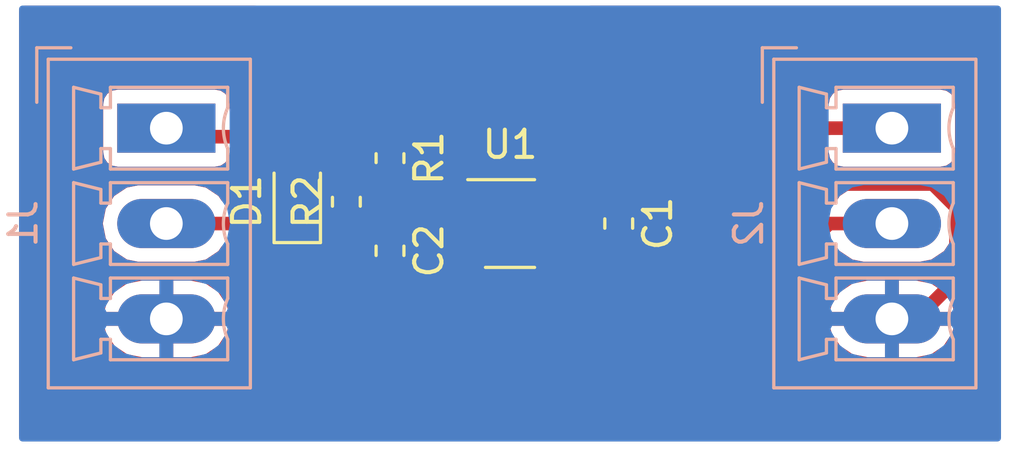
<source format=kicad_pcb>
(kicad_pcb (version 20171130) (host pcbnew 5.0.0+dfsg1-2~bpo9+1)

  (general
    (thickness 1.6)
    (drawings 2)
    (tracks 45)
    (zones 0)
    (modules 8)
    (nets 6)
  )

  (page A4)
  (layers
    (0 F.Cu signal)
    (31 B.Cu signal)
    (32 B.Adhes user)
    (33 F.Adhes user)
    (34 B.Paste user)
    (35 F.Paste user)
    (36 B.SilkS user)
    (37 F.SilkS user hide)
    (38 B.Mask user)
    (39 F.Mask user)
    (40 Dwgs.User user)
    (41 Cmts.User user)
    (42 Eco1.User user)
    (43 Eco2.User user)
    (44 Edge.Cuts user)
    (45 Margin user)
    (46 B.CrtYd user)
    (47 F.CrtYd user)
    (48 B.Fab user)
    (49 F.Fab user hide)
  )

  (setup
    (last_trace_width 0.5)
    (trace_clearance 0.3)
    (zone_clearance 0.508)
    (zone_45_only no)
    (trace_min 0.2)
    (segment_width 0.2)
    (edge_width 0.15)
    (via_size 0.8)
    (via_drill 0.4)
    (via_min_size 0.4)
    (via_min_drill 0.3)
    (uvia_size 0.3)
    (uvia_drill 0.1)
    (uvias_allowed no)
    (uvia_min_size 0.2)
    (uvia_min_drill 0.1)
    (pcb_text_width 0.3)
    (pcb_text_size 1.5 1.5)
    (mod_edge_width 0.15)
    (mod_text_size 1 1)
    (mod_text_width 0.15)
    (pad_size 1.524 1.524)
    (pad_drill 0.762)
    (pad_to_mask_clearance 0.2)
    (aux_axis_origin 0 0)
    (visible_elements FFFFFF7F)
    (pcbplotparams
      (layerselection 0x010fc_ffffffff)
      (usegerberextensions false)
      (usegerberattributes false)
      (usegerberadvancedattributes false)
      (creategerberjobfile false)
      (excludeedgelayer true)
      (linewidth 0.100000)
      (plotframeref false)
      (viasonmask false)
      (mode 1)
      (useauxorigin false)
      (hpglpennumber 1)
      (hpglpenspeed 20)
      (hpglpendiameter 15.000000)
      (psnegative false)
      (psa4output false)
      (plotreference true)
      (plotvalue true)
      (plotinvisibletext false)
      (padsonsilk false)
      (subtractmaskfromsilk false)
      (outputformat 1)
      (mirror false)
      (drillshape 1)
      (scaleselection 1)
      (outputdirectory ""))
  )

  (net 0 "")
  (net 1 VCC)
  (net 2 GND)
  (net 3 /RAW)
  (net 4 /Filtered)
  (net 5 "Net-(C2-Pad1)")

  (net_class Default "This is the default net class."
    (clearance 0.3)
    (trace_width 0.5)
    (via_dia 0.8)
    (via_drill 0.4)
    (uvia_dia 0.3)
    (uvia_drill 0.1)
    (add_net /Filtered)
    (add_net /RAW)
    (add_net GND)
    (add_net "Net-(C2-Pad1)")
    (add_net VCC)
  )

  (module Capacitor_SMD:C_0603_1608Metric_Pad1.05x0.95mm_HandSolder (layer F.Cu) (tedit 5B301BBE) (tstamp 5BFDDCB3)
    (at 158.985001 98 270)
    (descr "Capacitor SMD 0603 (1608 Metric), square (rectangular) end terminal, IPC_7351 nominal with elongated pad for handsoldering. (Body size source: http://www.tortai-tech.com/upload/download/2011102023233369053.pdf), generated with kicad-footprint-generator")
    (tags "capacitor handsolder")
    (path /5BFD61F5)
    (attr smd)
    (fp_text reference C1 (at 0 -1.43 270) (layer F.SilkS)
      (effects (font (size 1 1) (thickness 0.15)))
    )
    (fp_text value C (at 0 1.43 270) (layer F.Fab)
      (effects (font (size 1 1) (thickness 0.15)))
    )
    (fp_line (start -0.8 0.4) (end -0.8 -0.4) (layer F.Fab) (width 0.1))
    (fp_line (start -0.8 -0.4) (end 0.8 -0.4) (layer F.Fab) (width 0.1))
    (fp_line (start 0.8 -0.4) (end 0.8 0.4) (layer F.Fab) (width 0.1))
    (fp_line (start 0.8 0.4) (end -0.8 0.4) (layer F.Fab) (width 0.1))
    (fp_line (start -0.171267 -0.51) (end 0.171267 -0.51) (layer F.SilkS) (width 0.12))
    (fp_line (start -0.171267 0.51) (end 0.171267 0.51) (layer F.SilkS) (width 0.12))
    (fp_line (start -1.65 0.73) (end -1.65 -0.73) (layer F.CrtYd) (width 0.05))
    (fp_line (start -1.65 -0.73) (end 1.65 -0.73) (layer F.CrtYd) (width 0.05))
    (fp_line (start 1.65 -0.73) (end 1.65 0.73) (layer F.CrtYd) (width 0.05))
    (fp_line (start 1.65 0.73) (end -1.65 0.73) (layer F.CrtYd) (width 0.05))
    (fp_text user %R (at 0 0 270) (layer F.Fab)
      (effects (font (size 0.4 0.4) (thickness 0.06)))
    )
    (pad 1 smd roundrect (at -0.875 0 270) (size 1.05 0.95) (layers F.Cu F.Paste F.Mask) (roundrect_rratio 0.25)
      (net 1 VCC))
    (pad 2 smd roundrect (at 0.875 0 270) (size 1.05 0.95) (layers F.Cu F.Paste F.Mask) (roundrect_rratio 0.25)
      (net 2 GND))
    (model ${KISYS3DMOD}/Capacitor_SMD.3dshapes/C_0603_1608Metric.wrl
      (at (xyz 0 0 0))
      (scale (xyz 1 1 1))
      (rotate (xyz 0 0 0))
    )
  )

  (module Connector_Phoenix_MC:PhoenixContact_MCV_1,5_3-G-3.5_1x03_P3.50mm_Vertical (layer B.Cu) (tedit 5A00FA19) (tstamp 5BFDDCF5)
    (at 142.4 94.5 270)
    (descr "Generic Phoenix Contact connector footprint for: MCV_1,5/3-G-3.5; number of pins: 03; pin pitch: 3.50mm; Vertical || order number: 1843619 8A 160V")
    (tags "phoenix_contact connector MCV_01x03_G_3.5mm")
    (path /5BFD5FA3)
    (fp_text reference J1 (at 3.5 5.25 270) (layer B.SilkS)
      (effects (font (size 1 1) (thickness 0.15)) (justify mirror))
    )
    (fp_text value Conn_01x03 (at 3.5 -4 270) (layer B.Fab)
      (effects (font (size 1 1) (thickness 0.15)) (justify mirror))
    )
    (fp_arc (start 0 -3.95) (end -0.75 -2.25) (angle -47.6) (layer B.SilkS) (width 0.12))
    (fp_arc (start 3.5 -3.95) (end 2.75 -2.25) (angle -47.6) (layer B.SilkS) (width 0.12))
    (fp_arc (start 7 -3.95) (end 6.25 -2.25) (angle -47.6) (layer B.SilkS) (width 0.12))
    (fp_line (start -2.53 4.33) (end -2.53 -3.08) (layer B.SilkS) (width 0.12))
    (fp_line (start -2.53 -3.08) (end 9.53 -3.08) (layer B.SilkS) (width 0.12))
    (fp_line (start 9.53 -3.08) (end 9.53 4.33) (layer B.SilkS) (width 0.12))
    (fp_line (start 9.53 4.33) (end -2.53 4.33) (layer B.SilkS) (width 0.12))
    (fp_line (start -2.45 4.25) (end -2.45 -3) (layer B.Fab) (width 0.1))
    (fp_line (start -2.45 -3) (end 9.45 -3) (layer B.Fab) (width 0.1))
    (fp_line (start 9.45 -3) (end 9.45 4.25) (layer B.Fab) (width 0.1))
    (fp_line (start 9.45 4.25) (end -2.45 4.25) (layer B.Fab) (width 0.1))
    (fp_line (start -0.75 -2.25) (end -1.5 -2.25) (layer B.SilkS) (width 0.12))
    (fp_line (start -1.5 -2.25) (end -1.5 2.05) (layer B.SilkS) (width 0.12))
    (fp_line (start -1.5 2.05) (end -0.75 2.05) (layer B.SilkS) (width 0.12))
    (fp_line (start -0.75 2.05) (end -0.75 2.4) (layer B.SilkS) (width 0.12))
    (fp_line (start -0.75 2.4) (end -1.25 2.4) (layer B.SilkS) (width 0.12))
    (fp_line (start -1.25 2.4) (end -1.5 3.4) (layer B.SilkS) (width 0.12))
    (fp_line (start -1.5 3.4) (end 1.5 3.4) (layer B.SilkS) (width 0.12))
    (fp_line (start 1.5 3.4) (end 1.25 2.4) (layer B.SilkS) (width 0.12))
    (fp_line (start 1.25 2.4) (end 0.75 2.4) (layer B.SilkS) (width 0.12))
    (fp_line (start 0.75 2.4) (end 0.75 2.05) (layer B.SilkS) (width 0.12))
    (fp_line (start 0.75 2.05) (end 1.5 2.05) (layer B.SilkS) (width 0.12))
    (fp_line (start 1.5 2.05) (end 1.5 -2.25) (layer B.SilkS) (width 0.12))
    (fp_line (start 1.5 -2.25) (end 0.75 -2.25) (layer B.SilkS) (width 0.12))
    (fp_line (start 2.75 -2.25) (end 2 -2.25) (layer B.SilkS) (width 0.12))
    (fp_line (start 2 -2.25) (end 2 2.05) (layer B.SilkS) (width 0.12))
    (fp_line (start 2 2.05) (end 2.75 2.05) (layer B.SilkS) (width 0.12))
    (fp_line (start 2.75 2.05) (end 2.75 2.4) (layer B.SilkS) (width 0.12))
    (fp_line (start 2.75 2.4) (end 2.25 2.4) (layer B.SilkS) (width 0.12))
    (fp_line (start 2.25 2.4) (end 2 3.4) (layer B.SilkS) (width 0.12))
    (fp_line (start 2 3.4) (end 5 3.4) (layer B.SilkS) (width 0.12))
    (fp_line (start 5 3.4) (end 4.75 2.4) (layer B.SilkS) (width 0.12))
    (fp_line (start 4.75 2.4) (end 4.25 2.4) (layer B.SilkS) (width 0.12))
    (fp_line (start 4.25 2.4) (end 4.25 2.05) (layer B.SilkS) (width 0.12))
    (fp_line (start 4.25 2.05) (end 5 2.05) (layer B.SilkS) (width 0.12))
    (fp_line (start 5 2.05) (end 5 -2.25) (layer B.SilkS) (width 0.12))
    (fp_line (start 5 -2.25) (end 4.25 -2.25) (layer B.SilkS) (width 0.12))
    (fp_line (start 6.25 -2.25) (end 5.5 -2.25) (layer B.SilkS) (width 0.12))
    (fp_line (start 5.5 -2.25) (end 5.5 2.05) (layer B.SilkS) (width 0.12))
    (fp_line (start 5.5 2.05) (end 6.25 2.05) (layer B.SilkS) (width 0.12))
    (fp_line (start 6.25 2.05) (end 6.25 2.4) (layer B.SilkS) (width 0.12))
    (fp_line (start 6.25 2.4) (end 5.75 2.4) (layer B.SilkS) (width 0.12))
    (fp_line (start 5.75 2.4) (end 5.5 3.4) (layer B.SilkS) (width 0.12))
    (fp_line (start 5.5 3.4) (end 8.5 3.4) (layer B.SilkS) (width 0.12))
    (fp_line (start 8.5 3.4) (end 8.25 2.4) (layer B.SilkS) (width 0.12))
    (fp_line (start 8.25 2.4) (end 7.75 2.4) (layer B.SilkS) (width 0.12))
    (fp_line (start 7.75 2.4) (end 7.75 2.05) (layer B.SilkS) (width 0.12))
    (fp_line (start 7.75 2.05) (end 8.5 2.05) (layer B.SilkS) (width 0.12))
    (fp_line (start 8.5 2.05) (end 8.5 -2.25) (layer B.SilkS) (width 0.12))
    (fp_line (start 8.5 -2.25) (end 7.75 -2.25) (layer B.SilkS) (width 0.12))
    (fp_line (start -2.95 4.75) (end -2.95 -3.5) (layer B.CrtYd) (width 0.05))
    (fp_line (start -2.95 -3.5) (end 9.95 -3.5) (layer B.CrtYd) (width 0.05))
    (fp_line (start 9.95 -3.5) (end 9.95 4.75) (layer B.CrtYd) (width 0.05))
    (fp_line (start 9.95 4.75) (end -2.95 4.75) (layer B.CrtYd) (width 0.05))
    (fp_line (start -2.95 3.5) (end -2.95 4.75) (layer B.SilkS) (width 0.12))
    (fp_line (start -2.95 4.75) (end -0.95 4.75) (layer B.SilkS) (width 0.12))
    (fp_line (start -2.95 3.5) (end -2.95 4.75) (layer B.Fab) (width 0.1))
    (fp_line (start -2.95 4.75) (end -0.95 4.75) (layer B.Fab) (width 0.1))
    (fp_text user %R (at 3.5 3 270) (layer B.Fab)
      (effects (font (size 1 1) (thickness 0.15)) (justify mirror))
    )
    (pad 1 thru_hole rect (at 0 0 270) (size 1.8 3.6) (drill 1.2) (layers *.Cu *.Mask)
      (net 1 VCC))
    (pad 2 thru_hole oval (at 3.5 0 270) (size 1.8 3.6) (drill 1.2) (layers *.Cu *.Mask)
      (net 3 /RAW))
    (pad 3 thru_hole oval (at 7 0 270) (size 1.8 3.6) (drill 1.2) (layers *.Cu *.Mask)
      (net 2 GND))
    (model ${KISYS3DMOD}/Connector_Phoenix_MC.3dshapes/PhoenixContact_MCV_1,5_3-G-3.5_1x03_P3.50mm_Vertical.wrl
      (at (xyz 0 0 0))
      (scale (xyz 1 1 1))
      (rotate (xyz 0 0 0))
    )
  )

  (module Connector_Phoenix_MC:PhoenixContact_MCV_1,5_3-G-3.5_1x03_P3.50mm_Vertical (layer B.Cu) (tedit 5A00FA19) (tstamp 5BFDDD37)
    (at 169 94.5 270)
    (descr "Generic Phoenix Contact connector footprint for: MCV_1,5/3-G-3.5; number of pins: 03; pin pitch: 3.50mm; Vertical || order number: 1843619 8A 160V")
    (tags "phoenix_contact connector MCV_01x03_G_3.5mm")
    (path /5BFD6130)
    (fp_text reference J2 (at 3.5 5.25 270) (layer B.SilkS)
      (effects (font (size 1 1) (thickness 0.15)) (justify mirror))
    )
    (fp_text value Conn_01x03 (at 3.5 -4 270) (layer B.Fab)
      (effects (font (size 1 1) (thickness 0.15)) (justify mirror))
    )
    (fp_text user %R (at 3.5 3 270) (layer B.Fab)
      (effects (font (size 1 1) (thickness 0.15)) (justify mirror))
    )
    (fp_line (start -2.95 4.75) (end -0.95 4.75) (layer B.Fab) (width 0.1))
    (fp_line (start -2.95 3.5) (end -2.95 4.75) (layer B.Fab) (width 0.1))
    (fp_line (start -2.95 4.75) (end -0.95 4.75) (layer B.SilkS) (width 0.12))
    (fp_line (start -2.95 3.5) (end -2.95 4.75) (layer B.SilkS) (width 0.12))
    (fp_line (start 9.95 4.75) (end -2.95 4.75) (layer B.CrtYd) (width 0.05))
    (fp_line (start 9.95 -3.5) (end 9.95 4.75) (layer B.CrtYd) (width 0.05))
    (fp_line (start -2.95 -3.5) (end 9.95 -3.5) (layer B.CrtYd) (width 0.05))
    (fp_line (start -2.95 4.75) (end -2.95 -3.5) (layer B.CrtYd) (width 0.05))
    (fp_line (start 8.5 -2.25) (end 7.75 -2.25) (layer B.SilkS) (width 0.12))
    (fp_line (start 8.5 2.05) (end 8.5 -2.25) (layer B.SilkS) (width 0.12))
    (fp_line (start 7.75 2.05) (end 8.5 2.05) (layer B.SilkS) (width 0.12))
    (fp_line (start 7.75 2.4) (end 7.75 2.05) (layer B.SilkS) (width 0.12))
    (fp_line (start 8.25 2.4) (end 7.75 2.4) (layer B.SilkS) (width 0.12))
    (fp_line (start 8.5 3.4) (end 8.25 2.4) (layer B.SilkS) (width 0.12))
    (fp_line (start 5.5 3.4) (end 8.5 3.4) (layer B.SilkS) (width 0.12))
    (fp_line (start 5.75 2.4) (end 5.5 3.4) (layer B.SilkS) (width 0.12))
    (fp_line (start 6.25 2.4) (end 5.75 2.4) (layer B.SilkS) (width 0.12))
    (fp_line (start 6.25 2.05) (end 6.25 2.4) (layer B.SilkS) (width 0.12))
    (fp_line (start 5.5 2.05) (end 6.25 2.05) (layer B.SilkS) (width 0.12))
    (fp_line (start 5.5 -2.25) (end 5.5 2.05) (layer B.SilkS) (width 0.12))
    (fp_line (start 6.25 -2.25) (end 5.5 -2.25) (layer B.SilkS) (width 0.12))
    (fp_line (start 5 -2.25) (end 4.25 -2.25) (layer B.SilkS) (width 0.12))
    (fp_line (start 5 2.05) (end 5 -2.25) (layer B.SilkS) (width 0.12))
    (fp_line (start 4.25 2.05) (end 5 2.05) (layer B.SilkS) (width 0.12))
    (fp_line (start 4.25 2.4) (end 4.25 2.05) (layer B.SilkS) (width 0.12))
    (fp_line (start 4.75 2.4) (end 4.25 2.4) (layer B.SilkS) (width 0.12))
    (fp_line (start 5 3.4) (end 4.75 2.4) (layer B.SilkS) (width 0.12))
    (fp_line (start 2 3.4) (end 5 3.4) (layer B.SilkS) (width 0.12))
    (fp_line (start 2.25 2.4) (end 2 3.4) (layer B.SilkS) (width 0.12))
    (fp_line (start 2.75 2.4) (end 2.25 2.4) (layer B.SilkS) (width 0.12))
    (fp_line (start 2.75 2.05) (end 2.75 2.4) (layer B.SilkS) (width 0.12))
    (fp_line (start 2 2.05) (end 2.75 2.05) (layer B.SilkS) (width 0.12))
    (fp_line (start 2 -2.25) (end 2 2.05) (layer B.SilkS) (width 0.12))
    (fp_line (start 2.75 -2.25) (end 2 -2.25) (layer B.SilkS) (width 0.12))
    (fp_line (start 1.5 -2.25) (end 0.75 -2.25) (layer B.SilkS) (width 0.12))
    (fp_line (start 1.5 2.05) (end 1.5 -2.25) (layer B.SilkS) (width 0.12))
    (fp_line (start 0.75 2.05) (end 1.5 2.05) (layer B.SilkS) (width 0.12))
    (fp_line (start 0.75 2.4) (end 0.75 2.05) (layer B.SilkS) (width 0.12))
    (fp_line (start 1.25 2.4) (end 0.75 2.4) (layer B.SilkS) (width 0.12))
    (fp_line (start 1.5 3.4) (end 1.25 2.4) (layer B.SilkS) (width 0.12))
    (fp_line (start -1.5 3.4) (end 1.5 3.4) (layer B.SilkS) (width 0.12))
    (fp_line (start -1.25 2.4) (end -1.5 3.4) (layer B.SilkS) (width 0.12))
    (fp_line (start -0.75 2.4) (end -1.25 2.4) (layer B.SilkS) (width 0.12))
    (fp_line (start -0.75 2.05) (end -0.75 2.4) (layer B.SilkS) (width 0.12))
    (fp_line (start -1.5 2.05) (end -0.75 2.05) (layer B.SilkS) (width 0.12))
    (fp_line (start -1.5 -2.25) (end -1.5 2.05) (layer B.SilkS) (width 0.12))
    (fp_line (start -0.75 -2.25) (end -1.5 -2.25) (layer B.SilkS) (width 0.12))
    (fp_line (start 9.45 4.25) (end -2.45 4.25) (layer B.Fab) (width 0.1))
    (fp_line (start 9.45 -3) (end 9.45 4.25) (layer B.Fab) (width 0.1))
    (fp_line (start -2.45 -3) (end 9.45 -3) (layer B.Fab) (width 0.1))
    (fp_line (start -2.45 4.25) (end -2.45 -3) (layer B.Fab) (width 0.1))
    (fp_line (start 9.53 4.33) (end -2.53 4.33) (layer B.SilkS) (width 0.12))
    (fp_line (start 9.53 -3.08) (end 9.53 4.33) (layer B.SilkS) (width 0.12))
    (fp_line (start -2.53 -3.08) (end 9.53 -3.08) (layer B.SilkS) (width 0.12))
    (fp_line (start -2.53 4.33) (end -2.53 -3.08) (layer B.SilkS) (width 0.12))
    (fp_arc (start 7 -3.95) (end 6.25 -2.25) (angle -47.6) (layer B.SilkS) (width 0.12))
    (fp_arc (start 3.5 -3.95) (end 2.75 -2.25) (angle -47.6) (layer B.SilkS) (width 0.12))
    (fp_arc (start 0 -3.95) (end -0.75 -2.25) (angle -47.6) (layer B.SilkS) (width 0.12))
    (pad 3 thru_hole oval (at 7 0 270) (size 1.8 3.6) (drill 1.2) (layers *.Cu *.Mask)
      (net 2 GND))
    (pad 2 thru_hole oval (at 3.5 0 270) (size 1.8 3.6) (drill 1.2) (layers *.Cu *.Mask)
      (net 4 /Filtered))
    (pad 1 thru_hole rect (at 0 0 270) (size 1.8 3.6) (drill 1.2) (layers *.Cu *.Mask)
      (net 1 VCC))
    (model ${KISYS3DMOD}/Connector_Phoenix_MC.3dshapes/PhoenixContact_MCV_1,5_3-G-3.5_1x03_P3.50mm_Vertical.wrl
      (at (xyz 0 0 0))
      (scale (xyz 1 1 1))
      (rotate (xyz 0 0 0))
    )
  )

  (module Package_TO_SOT_SMD:SOT-23-5_HandSoldering (layer F.Cu) (tedit 5A0AB76C) (tstamp 5BFDDD4C)
    (at 155 98)
    (descr "5-pin SOT23 package")
    (tags "SOT-23-5 hand-soldering")
    (path /5BFD5E32)
    (attr smd)
    (fp_text reference U1 (at 0 -2.9) (layer F.SilkS)
      (effects (font (size 1 1) (thickness 0.15)))
    )
    (fp_text value 74LVC1G17 (at 0 2.9) (layer F.Fab)
      (effects (font (size 1 1) (thickness 0.15)))
    )
    (fp_text user %R (at 0 0 90) (layer F.Fab)
      (effects (font (size 0.5 0.5) (thickness 0.075)))
    )
    (fp_line (start -0.9 1.61) (end 0.9 1.61) (layer F.SilkS) (width 0.12))
    (fp_line (start 0.9 -1.61) (end -1.55 -1.61) (layer F.SilkS) (width 0.12))
    (fp_line (start -0.9 -0.9) (end -0.25 -1.55) (layer F.Fab) (width 0.1))
    (fp_line (start 0.9 -1.55) (end -0.25 -1.55) (layer F.Fab) (width 0.1))
    (fp_line (start -0.9 -0.9) (end -0.9 1.55) (layer F.Fab) (width 0.1))
    (fp_line (start 0.9 1.55) (end -0.9 1.55) (layer F.Fab) (width 0.1))
    (fp_line (start 0.9 -1.55) (end 0.9 1.55) (layer F.Fab) (width 0.1))
    (fp_line (start -2.38 -1.8) (end 2.38 -1.8) (layer F.CrtYd) (width 0.05))
    (fp_line (start -2.38 -1.8) (end -2.38 1.8) (layer F.CrtYd) (width 0.05))
    (fp_line (start 2.38 1.8) (end 2.38 -1.8) (layer F.CrtYd) (width 0.05))
    (fp_line (start 2.38 1.8) (end -2.38 1.8) (layer F.CrtYd) (width 0.05))
    (pad 1 smd rect (at -1.35 -0.95) (size 1.56 0.65) (layers F.Cu F.Paste F.Mask))
    (pad 2 smd rect (at -1.35 0) (size 1.56 0.65) (layers F.Cu F.Paste F.Mask)
      (net 5 "Net-(C2-Pad1)"))
    (pad 3 smd rect (at -1.35 0.95) (size 1.56 0.65) (layers F.Cu F.Paste F.Mask)
      (net 2 GND))
    (pad 4 smd rect (at 1.35 0.95) (size 1.56 0.65) (layers F.Cu F.Paste F.Mask)
      (net 4 /Filtered))
    (pad 5 smd rect (at 1.35 -0.95) (size 1.56 0.65) (layers F.Cu F.Paste F.Mask)
      (net 1 VCC))
    (model ${KISYS3DMOD}/Package_TO_SOT_SMD.3dshapes/SOT-23-5.wrl
      (at (xyz 0 0 0))
      (scale (xyz 1 1 1))
      (rotate (xyz 0 0 0))
    )
  )

  (module Capacitor_SMD:C_0603_1608Metric_Pad1.05x0.95mm_HandSolder (layer F.Cu) (tedit 5B301BBE) (tstamp 5C0FE57B)
    (at 150.6 99 270)
    (descr "Capacitor SMD 0603 (1608 Metric), square (rectangular) end terminal, IPC_7351 nominal with elongated pad for handsoldering. (Body size source: http://www.tortai-tech.com/upload/download/2011102023233369053.pdf), generated with kicad-footprint-generator")
    (tags "capacitor handsolder")
    (path /5C0FDE2D)
    (attr smd)
    (fp_text reference C2 (at 0 -1.43 270) (layer F.SilkS)
      (effects (font (size 1 1) (thickness 0.15)))
    )
    (fp_text value 1nF (at 0 1.43 270) (layer F.Fab)
      (effects (font (size 1 1) (thickness 0.15)))
    )
    (fp_line (start -0.8 0.4) (end -0.8 -0.4) (layer F.Fab) (width 0.1))
    (fp_line (start -0.8 -0.4) (end 0.8 -0.4) (layer F.Fab) (width 0.1))
    (fp_line (start 0.8 -0.4) (end 0.8 0.4) (layer F.Fab) (width 0.1))
    (fp_line (start 0.8 0.4) (end -0.8 0.4) (layer F.Fab) (width 0.1))
    (fp_line (start -0.171267 -0.51) (end 0.171267 -0.51) (layer F.SilkS) (width 0.12))
    (fp_line (start -0.171267 0.51) (end 0.171267 0.51) (layer F.SilkS) (width 0.12))
    (fp_line (start -1.65 0.73) (end -1.65 -0.73) (layer F.CrtYd) (width 0.05))
    (fp_line (start -1.65 -0.73) (end 1.65 -0.73) (layer F.CrtYd) (width 0.05))
    (fp_line (start 1.65 -0.73) (end 1.65 0.73) (layer F.CrtYd) (width 0.05))
    (fp_line (start 1.65 0.73) (end -1.65 0.73) (layer F.CrtYd) (width 0.05))
    (fp_text user %R (at 0 0 270) (layer F.Fab)
      (effects (font (size 0.4 0.4) (thickness 0.06)))
    )
    (pad 1 smd roundrect (at -0.875 0 270) (size 1.05 0.95) (layers F.Cu F.Paste F.Mask) (roundrect_rratio 0.25)
      (net 5 "Net-(C2-Pad1)"))
    (pad 2 smd roundrect (at 0.875 0 270) (size 1.05 0.95) (layers F.Cu F.Paste F.Mask) (roundrect_rratio 0.25)
      (net 2 GND))
    (model ${KISYS3DMOD}/Capacitor_SMD.3dshapes/C_0603_1608Metric.wrl
      (at (xyz 0 0 0))
      (scale (xyz 1 1 1))
      (rotate (xyz 0 0 0))
    )
  )

  (module Diode_SMD:D_SOD-323 (layer F.Cu) (tedit 58641739) (tstamp 5C0FE593)
    (at 147.2 97.2 90)
    (descr SOD-323)
    (tags SOD-323)
    (path /5C0FDD66)
    (attr smd)
    (fp_text reference D1 (at 0 -1.85 90) (layer F.SilkS)
      (effects (font (size 1 1) (thickness 0.15)))
    )
    (fp_text value 1N4148WS (at 0.1 1.9 90) (layer F.Fab)
      (effects (font (size 1 1) (thickness 0.15)))
    )
    (fp_text user %R (at 0 -1.85 90) (layer F.Fab)
      (effects (font (size 1 1) (thickness 0.15)))
    )
    (fp_line (start -1.5 -0.85) (end -1.5 0.85) (layer F.SilkS) (width 0.12))
    (fp_line (start 0.2 0) (end 0.45 0) (layer F.Fab) (width 0.1))
    (fp_line (start 0.2 0.35) (end -0.3 0) (layer F.Fab) (width 0.1))
    (fp_line (start 0.2 -0.35) (end 0.2 0.35) (layer F.Fab) (width 0.1))
    (fp_line (start -0.3 0) (end 0.2 -0.35) (layer F.Fab) (width 0.1))
    (fp_line (start -0.3 0) (end -0.5 0) (layer F.Fab) (width 0.1))
    (fp_line (start -0.3 -0.35) (end -0.3 0.35) (layer F.Fab) (width 0.1))
    (fp_line (start -0.9 0.7) (end -0.9 -0.7) (layer F.Fab) (width 0.1))
    (fp_line (start 0.9 0.7) (end -0.9 0.7) (layer F.Fab) (width 0.1))
    (fp_line (start 0.9 -0.7) (end 0.9 0.7) (layer F.Fab) (width 0.1))
    (fp_line (start -0.9 -0.7) (end 0.9 -0.7) (layer F.Fab) (width 0.1))
    (fp_line (start -1.6 -0.95) (end 1.6 -0.95) (layer F.CrtYd) (width 0.05))
    (fp_line (start 1.6 -0.95) (end 1.6 0.95) (layer F.CrtYd) (width 0.05))
    (fp_line (start -1.6 0.95) (end 1.6 0.95) (layer F.CrtYd) (width 0.05))
    (fp_line (start -1.6 -0.95) (end -1.6 0.95) (layer F.CrtYd) (width 0.05))
    (fp_line (start -1.5 0.85) (end 1.05 0.85) (layer F.SilkS) (width 0.12))
    (fp_line (start -1.5 -0.85) (end 1.05 -0.85) (layer F.SilkS) (width 0.12))
    (pad 1 smd rect (at -1.05 0 90) (size 0.6 0.45) (layers F.Cu F.Paste F.Mask)
      (net 5 "Net-(C2-Pad1)"))
    (pad 2 smd rect (at 1.05 0 90) (size 0.6 0.45) (layers F.Cu F.Paste F.Mask)
      (net 3 /RAW))
    (model ${KISYS3DMOD}/Diode_SMD.3dshapes/D_SOD-323.wrl
      (at (xyz 0 0 0))
      (scale (xyz 1 1 1))
      (rotate (xyz 0 0 0))
    )
  )

  (module Resistor_SMD:R_0603_1608Metric (layer F.Cu) (tedit 5B301BBD) (tstamp 5C0FE5A4)
    (at 150.6 95.6 270)
    (descr "Resistor SMD 0603 (1608 Metric), square (rectangular) end terminal, IPC_7351 nominal, (Body size source: http://www.tortai-tech.com/upload/download/2011102023233369053.pdf), generated with kicad-footprint-generator")
    (tags resistor)
    (path /5C0FDEB2)
    (attr smd)
    (fp_text reference R1 (at 0 -1.43 270) (layer F.SilkS)
      (effects (font (size 1 1) (thickness 0.15)))
    )
    (fp_text value 10k (at 0 1.43 270) (layer F.Fab)
      (effects (font (size 1 1) (thickness 0.15)))
    )
    (fp_line (start -0.8 0.4) (end -0.8 -0.4) (layer F.Fab) (width 0.1))
    (fp_line (start -0.8 -0.4) (end 0.8 -0.4) (layer F.Fab) (width 0.1))
    (fp_line (start 0.8 -0.4) (end 0.8 0.4) (layer F.Fab) (width 0.1))
    (fp_line (start 0.8 0.4) (end -0.8 0.4) (layer F.Fab) (width 0.1))
    (fp_line (start -0.162779 -0.51) (end 0.162779 -0.51) (layer F.SilkS) (width 0.12))
    (fp_line (start -0.162779 0.51) (end 0.162779 0.51) (layer F.SilkS) (width 0.12))
    (fp_line (start -1.48 0.73) (end -1.48 -0.73) (layer F.CrtYd) (width 0.05))
    (fp_line (start -1.48 -0.73) (end 1.48 -0.73) (layer F.CrtYd) (width 0.05))
    (fp_line (start 1.48 -0.73) (end 1.48 0.73) (layer F.CrtYd) (width 0.05))
    (fp_line (start 1.48 0.73) (end -1.48 0.73) (layer F.CrtYd) (width 0.05))
    (fp_text user %R (at 0 0 270) (layer F.Fab)
      (effects (font (size 0.4 0.4) (thickness 0.06)))
    )
    (pad 1 smd roundrect (at -0.7875 0 270) (size 0.875 0.95) (layers F.Cu F.Paste F.Mask) (roundrect_rratio 0.25)
      (net 1 VCC))
    (pad 2 smd roundrect (at 0.7875 0 270) (size 0.875 0.95) (layers F.Cu F.Paste F.Mask) (roundrect_rratio 0.25)
      (net 3 /RAW))
    (model ${KISYS3DMOD}/Resistor_SMD.3dshapes/R_0603_1608Metric.wrl
      (at (xyz 0 0 0))
      (scale (xyz 1 1 1))
      (rotate (xyz 0 0 0))
    )
  )

  (module Resistor_SMD:R_0603_1608Metric (layer F.Cu) (tedit 5B301BBD) (tstamp 5C0FE5B5)
    (at 149 97.2 90)
    (descr "Resistor SMD 0603 (1608 Metric), square (rectangular) end terminal, IPC_7351 nominal, (Body size source: http://www.tortai-tech.com/upload/download/2011102023233369053.pdf), generated with kicad-footprint-generator")
    (tags resistor)
    (path /5C0FDF1B)
    (attr smd)
    (fp_text reference R2 (at 0 -1.43 90) (layer F.SilkS)
      (effects (font (size 1 1) (thickness 0.15)))
    )
    (fp_text value 10k (at 0 1.43 90) (layer F.Fab)
      (effects (font (size 1 1) (thickness 0.15)))
    )
    (fp_text user %R (at 0 0 90) (layer F.Fab)
      (effects (font (size 0.4 0.4) (thickness 0.06)))
    )
    (fp_line (start 1.48 0.73) (end -1.48 0.73) (layer F.CrtYd) (width 0.05))
    (fp_line (start 1.48 -0.73) (end 1.48 0.73) (layer F.CrtYd) (width 0.05))
    (fp_line (start -1.48 -0.73) (end 1.48 -0.73) (layer F.CrtYd) (width 0.05))
    (fp_line (start -1.48 0.73) (end -1.48 -0.73) (layer F.CrtYd) (width 0.05))
    (fp_line (start -0.162779 0.51) (end 0.162779 0.51) (layer F.SilkS) (width 0.12))
    (fp_line (start -0.162779 -0.51) (end 0.162779 -0.51) (layer F.SilkS) (width 0.12))
    (fp_line (start 0.8 0.4) (end -0.8 0.4) (layer F.Fab) (width 0.1))
    (fp_line (start 0.8 -0.4) (end 0.8 0.4) (layer F.Fab) (width 0.1))
    (fp_line (start -0.8 -0.4) (end 0.8 -0.4) (layer F.Fab) (width 0.1))
    (fp_line (start -0.8 0.4) (end -0.8 -0.4) (layer F.Fab) (width 0.1))
    (pad 2 smd roundrect (at 0.7875 0 90) (size 0.875 0.95) (layers F.Cu F.Paste F.Mask) (roundrect_rratio 0.25)
      (net 3 /RAW))
    (pad 1 smd roundrect (at -0.7875 0 90) (size 0.875 0.95) (layers F.Cu F.Paste F.Mask) (roundrect_rratio 0.25)
      (net 5 "Net-(C2-Pad1)"))
    (model ${KISYS3DMOD}/Resistor_SMD.3dshapes/R_0603_1608Metric.wrl
      (at (xyz 0 0 0))
      (scale (xyz 1 1 1))
      (rotate (xyz 0 0 0))
    )
  )

  (gr_text "Helios >" (at 159 105) (layer F.Cu)
    (effects (font (size 1.5 1.5) (thickness 0.3)))
  )
  (gr_text "< Fgbber" (at 151.8 91.2) (layer F.Cu)
    (effects (font (size 1.5 1.5) (thickness 0.3)))
  )

  (segment (start 156.425 97.125) (end 156.35 97.05) (width 0.5) (layer F.Cu) (net 1))
  (segment (start 158.985001 97.125) (end 156.425 97.125) (width 0.5) (layer F.Cu) (net 1))
  (segment (start 166.7 94.5) (end 169 94.5) (width 0.5) (layer F.Cu) (net 1))
  (segment (start 158.985001 97.125) (end 161.610001 94.5) (width 0.5) (layer F.Cu) (net 1))
  (segment (start 161.610001 94.5) (end 166.7 94.5) (width 0.5) (layer F.Cu) (net 1))
  (segment (start 151.175 94.8125) (end 150.6 94.8125) (width 0.5) (layer F.Cu) (net 1))
  (segment (start 155.895 97.05) (end 153.6575 94.8125) (width 0.5) (layer F.Cu) (net 1))
  (segment (start 153.6575 94.8125) (end 151.175 94.8125) (width 0.5) (layer F.Cu) (net 1))
  (segment (start 156.35 97.05) (end 155.895 97.05) (width 0.5) (layer F.Cu) (net 1))
  (segment (start 142.7125 94.8125) (end 142.4 94.5) (width 0.5) (layer F.Cu) (net 1))
  (segment (start 150.6 94.8125) (end 142.7125 94.8125) (width 0.5) (layer F.Cu) (net 1))
  (segment (start 154.93 98.95) (end 153.65 98.95) (width 0.5) (layer F.Cu) (net 2))
  (segment (start 154.980001 98.899999) (end 154.93 98.95) (width 0.5) (layer F.Cu) (net 2))
  (segment (start 158.185 98.074999) (end 155.129999 98.074999) (width 0.5) (layer F.Cu) (net 2))
  (segment (start 154.980001 98.224997) (end 154.980001 98.899999) (width 0.5) (layer F.Cu) (net 2))
  (segment (start 155.129999 98.074999) (end 154.980001 98.224997) (width 0.5) (layer F.Cu) (net 2))
  (segment (start 158.985001 98.875) (end 158.185 98.074999) (width 0.5) (layer F.Cu) (net 2))
  (segment (start 169.9 101.5) (end 169 101.5) (width 0.5) (layer F.Cu) (net 2))
  (segment (start 171.35001 100.04999) (end 169.9 101.5) (width 0.5) (layer F.Cu) (net 2))
  (segment (start 171.35001 97.399387) (end 171.35001 100.04999) (width 0.5) (layer F.Cu) (net 2))
  (segment (start 161.310011 96.54999) (end 170.500613 96.54999) (width 0.5) (layer F.Cu) (net 2))
  (segment (start 158.985001 98.875) (end 161.310011 96.54999) (width 0.5) (layer F.Cu) (net 2))
  (segment (start 170.500613 96.54999) (end 171.35001 97.399387) (width 0.5) (layer F.Cu) (net 2))
  (segment (start 151.525 98.95) (end 150.6 99.875) (width 0.5) (layer F.Cu) (net 2))
  (segment (start 153.65 98.95) (end 151.525 98.95) (width 0.5) (layer F.Cu) (net 2))
  (segment (start 148.975 101.5) (end 150.6 99.875) (width 0.5) (layer F.Cu) (net 2))
  (segment (start 142.4 101.5) (end 148.975 101.5) (width 0.5) (layer F.Cu) (net 2))
  (segment (start 149.025 96.3875) (end 149 96.4125) (width 0.5) (layer F.Cu) (net 3))
  (segment (start 150.6 96.3875) (end 149.025 96.3875) (width 0.5) (layer F.Cu) (net 3))
  (segment (start 148.7375 96.15) (end 149 96.4125) (width 0.5) (layer F.Cu) (net 3))
  (segment (start 147.2 96.15) (end 148.7375 96.15) (width 0.5) (layer F.Cu) (net 3))
  (segment (start 147.2 96.225) (end 147.2 96.15) (width 0.5) (layer F.Cu) (net 3))
  (segment (start 145.425 98) (end 147.2 96.225) (width 0.5) (layer F.Cu) (net 3))
  (segment (start 142.4 98) (end 145.425 98) (width 0.5) (layer F.Cu) (net 3))
  (segment (start 166.7 98) (end 169 98) (width 0.5) (layer F.Cu) (net 4))
  (segment (start 164.74999 99.95001) (end 166.7 98) (width 0.5) (layer F.Cu) (net 4))
  (segment (start 156.52501 99.95001) (end 164.74999 99.95001) (width 0.5) (layer F.Cu) (net 4))
  (segment (start 156.35 99.775) (end 156.52501 99.95001) (width 0.5) (layer F.Cu) (net 4))
  (segment (start 156.35 98.95) (end 156.35 99.775) (width 0.5) (layer F.Cu) (net 4))
  (segment (start 150.725 98) (end 153.65 98) (width 0.5) (layer F.Cu) (net 5))
  (segment (start 150.6 98.125) (end 150.725 98) (width 0.5) (layer F.Cu) (net 5))
  (segment (start 149.1375 98.125) (end 149 97.9875) (width 0.5) (layer F.Cu) (net 5))
  (segment (start 150.6 98.125) (end 149.1375 98.125) (width 0.5) (layer F.Cu) (net 5))
  (segment (start 148.7375 98.25) (end 149 97.9875) (width 0.5) (layer F.Cu) (net 5))
  (segment (start 147.2 98.25) (end 148.7375 98.25) (width 0.5) (layer F.Cu) (net 5))

  (zone (net 2) (net_name GND) (layer F.Cu) (tstamp 0) (hatch edge 0.508)
    (connect_pads (clearance 0.5))
    (min_thickness 0.5)
    (fill yes (arc_segments 16) (thermal_gap 0.508) (thermal_bridge_width 0.508))
    (polygon
      (pts
        (xy 137 90) (xy 173 90) (xy 173 106) (xy 137 106)
      )
    )
    (filled_polygon
      (pts
        (xy 145.614286 93.345) (xy 157.985715 93.345) (xy 157.985715 90.25) (xy 172.75 90.25) (xy 172.75 105.75)
        (xy 164.864286 105.75) (xy 164.864286 103.095) (xy 153.135715 103.095) (xy 153.135715 105.75) (xy 137.25 105.75)
        (xy 137.25 101.763318) (xy 139.863043 101.763318) (xy 139.966676 102.130794) (xy 140.324788 102.669555) (xy 140.861815 103.030262)
        (xy 141.496 103.158) (xy 142.396 103.158) (xy 142.396 101.504) (xy 142.404 101.504) (xy 142.404 103.158)
        (xy 143.304 103.158) (xy 143.938185 103.030262) (xy 144.475212 102.669555) (xy 144.833324 102.130794) (xy 144.936957 101.763318)
        (xy 166.463043 101.763318) (xy 166.566676 102.130794) (xy 166.924788 102.669555) (xy 167.461815 103.030262) (xy 168.096 103.158)
        (xy 168.996 103.158) (xy 168.996 101.504) (xy 169.004 101.504) (xy 169.004 103.158) (xy 169.904 103.158)
        (xy 170.538185 103.030262) (xy 171.075212 102.669555) (xy 171.433324 102.130794) (xy 171.536957 101.763318) (xy 171.368495 101.504)
        (xy 169.004 101.504) (xy 168.996 101.504) (xy 166.631505 101.504) (xy 166.463043 101.763318) (xy 144.936957 101.763318)
        (xy 144.768495 101.504) (xy 142.404 101.504) (xy 142.396 101.504) (xy 140.031505 101.504) (xy 139.863043 101.763318)
        (xy 137.25 101.763318) (xy 137.25 101.236682) (xy 139.863043 101.236682) (xy 140.031505 101.496) (xy 142.396 101.496)
        (xy 142.396 99.842) (xy 142.404 99.842) (xy 142.404 101.496) (xy 144.768495 101.496) (xy 144.936957 101.236682)
        (xy 166.463043 101.236682) (xy 166.631505 101.496) (xy 168.996 101.496) (xy 168.996 99.842) (xy 169.004 99.842)
        (xy 169.004 101.496) (xy 171.368495 101.496) (xy 171.536957 101.236682) (xy 171.433324 100.869206) (xy 171.075212 100.330445)
        (xy 170.538185 99.969738) (xy 169.904 99.842) (xy 169.004 99.842) (xy 168.996 99.842) (xy 168.096 99.842)
        (xy 167.461815 99.969738) (xy 166.924788 100.330445) (xy 166.566676 100.869206) (xy 166.463043 101.236682) (xy 144.936957 101.236682)
        (xy 144.833324 100.869206) (xy 144.475212 100.330445) (xy 144.085224 100.0685) (xy 149.367 100.0685) (xy 149.367 100.550776)
        (xy 149.482399 100.829373) (xy 149.695628 101.042602) (xy 149.974225 101.158) (xy 150.4065 101.158) (xy 150.596 100.9685)
        (xy 150.596 99.879) (xy 150.604 99.879) (xy 150.604 100.9685) (xy 150.7935 101.158) (xy 151.225775 101.158)
        (xy 151.504372 101.042602) (xy 151.717601 100.829373) (xy 151.833 100.550776) (xy 151.833 100.0685) (xy 151.6435 99.879)
        (xy 150.604 99.879) (xy 150.596 99.879) (xy 149.5565 99.879) (xy 149.367 100.0685) (xy 144.085224 100.0685)
        (xy 143.938185 99.969738) (xy 143.304 99.842) (xy 142.404 99.842) (xy 142.396 99.842) (xy 141.496 99.842)
        (xy 140.861815 99.969738) (xy 140.324788 100.330445) (xy 139.966676 100.869206) (xy 139.863043 101.236682) (xy 137.25 101.236682)
        (xy 137.25 98) (xy 139.817675 98) (xy 139.945734 98.643798) (xy 140.310417 99.189583) (xy 140.856202 99.554266)
        (xy 141.337491 99.65) (xy 143.462509 99.65) (xy 143.943798 99.554266) (xy 144.489583 99.189583) (xy 144.616259 99)
        (xy 145.32651 99) (xy 145.425 99.019591) (xy 145.52349 99) (xy 145.815181 98.941979) (xy 146.14596 98.72096)
        (xy 146.201754 98.637458) (xy 146.223398 98.615814) (xy 146.268516 98.842635) (xy 146.43428 99.09072) (xy 146.682365 99.256484)
        (xy 146.975 99.314693) (xy 147.425 99.314693) (xy 147.717635 99.256484) (xy 147.727339 99.25) (xy 148.63901 99.25)
        (xy 148.7375 99.269591) (xy 148.83599 99.25) (xy 149.127681 99.191979) (xy 149.131102 99.189693) (xy 149.25625 99.189693)
        (xy 149.381247 99.16483) (xy 149.367 99.199224) (xy 149.367 99.6815) (xy 149.5565 99.871) (xy 150.596 99.871)
        (xy 150.596 99.851) (xy 150.604 99.851) (xy 150.604 99.871) (xy 151.6435 99.871) (xy 151.833 99.6815)
        (xy 151.833 99.199224) (xy 151.750478 99) (xy 152.2555 99) (xy 152.112 99.1435) (xy 152.112 99.425775)
        (xy 152.227398 99.704372) (xy 152.440627 99.917601) (xy 152.719224 100.033) (xy 153.4565 100.033) (xy 153.646 99.8435)
        (xy 153.646 99.089693) (xy 153.654 99.089693) (xy 153.654 99.8435) (xy 153.8435 100.033) (xy 154.580776 100.033)
        (xy 154.859373 99.917601) (xy 155.002033 99.774941) (xy 155.02928 99.81572) (xy 155.277365 99.981484) (xy 155.375359 100.000976)
        (xy 155.408021 100.16518) (xy 155.408022 100.165181) (xy 155.629041 100.49596) (xy 155.712539 100.551752) (xy 155.748257 100.587469)
        (xy 155.80405 100.67097) (xy 156.134829 100.891989) (xy 156.42652 100.95001) (xy 156.52501 100.969601) (xy 156.6235 100.95001)
        (xy 164.6515 100.95001) (xy 164.74999 100.969601) (xy 164.84848 100.95001) (xy 165.140171 100.891989) (xy 165.47095 100.67097)
        (xy 165.526744 100.587468) (xy 166.918937 99.195276) (xy 167.456202 99.554266) (xy 167.937491 99.65) (xy 170.062509 99.65)
        (xy 170.543798 99.554266) (xy 171.089583 99.189583) (xy 171.454266 98.643798) (xy 171.582325 98) (xy 171.454266 97.356202)
        (xy 171.089583 96.810417) (xy 170.543798 96.445734) (xy 170.062509 96.35) (xy 167.937491 96.35) (xy 167.456202 96.445734)
        (xy 166.910417 96.810417) (xy 166.785472 96.99741) (xy 166.7 96.980409) (xy 166.60151 97) (xy 166.309819 97.058021)
        (xy 165.97904 97.27904) (xy 165.923249 97.362537) (xy 164.335778 98.95001) (xy 160.099511 98.95001) (xy 160.028501 98.879)
        (xy 158.989001 98.879) (xy 158.989001 98.899) (xy 158.981001 98.899) (xy 158.981001 98.879) (xy 158.961001 98.879)
        (xy 158.961001 98.871) (xy 158.981001 98.871) (xy 158.981001 98.851) (xy 158.989001 98.851) (xy 158.989001 98.871)
        (xy 160.028501 98.871) (xy 160.218001 98.6815) (xy 160.218001 98.199224) (xy 160.102602 97.920627) (xy 160.08015 97.898175)
        (xy 160.148407 97.796023) (xy 160.224694 97.4125) (xy 160.224694 97.299519) (xy 162.024215 95.5) (xy 166.455198 95.5)
        (xy 166.493516 95.692635) (xy 166.65928 95.94072) (xy 166.907365 96.106484) (xy 167.2 96.164693) (xy 170.8 96.164693)
        (xy 171.092635 96.106484) (xy 171.34072 95.94072) (xy 171.506484 95.692635) (xy 171.564693 95.4) (xy 171.564693 93.6)
        (xy 171.506484 93.307365) (xy 171.34072 93.05928) (xy 171.092635 92.893516) (xy 170.8 92.835307) (xy 167.2 92.835307)
        (xy 166.907365 92.893516) (xy 166.65928 93.05928) (xy 166.493516 93.307365) (xy 166.455198 93.5) (xy 161.708491 93.5)
        (xy 161.610001 93.480409) (xy 161.511511 93.5) (xy 161.21982 93.558021) (xy 160.889041 93.77904) (xy 160.83325 93.862537)
        (xy 158.860482 95.835307) (xy 158.747501 95.835307) (xy 158.363978 95.911594) (xy 158.044595 96.125) (xy 157.582001 96.125)
        (xy 157.422635 96.018516) (xy 157.13 95.960307) (xy 156.21952 95.960307) (xy 154.434254 94.175042) (xy 154.37846 94.09154)
        (xy 154.047681 93.870521) (xy 153.75599 93.8125) (xy 153.6575 93.792909) (xy 153.55901 93.8125) (xy 151.423164 93.8125)
        (xy 151.232597 93.685167) (xy 150.85625 93.610307) (xy 150.34375 93.610307) (xy 149.967403 93.685167) (xy 149.776836 93.8125)
        (xy 144.964693 93.8125) (xy 144.964693 93.6) (xy 144.906484 93.307365) (xy 144.74072 93.05928) (xy 144.492635 92.893516)
        (xy 144.2 92.835307) (xy 140.6 92.835307) (xy 140.307365 92.893516) (xy 140.05928 93.05928) (xy 139.893516 93.307365)
        (xy 139.835307 93.6) (xy 139.835307 95.4) (xy 139.893516 95.692635) (xy 140.05928 95.94072) (xy 140.307365 96.106484)
        (xy 140.6 96.164693) (xy 144.2 96.164693) (xy 144.492635 96.106484) (xy 144.74072 95.94072) (xy 144.826393 95.8125)
        (xy 146.198287 95.8125) (xy 145.010788 97) (xy 144.616259 97) (xy 144.489583 96.810417) (xy 143.943798 96.445734)
        (xy 143.462509 96.35) (xy 141.337491 96.35) (xy 140.856202 96.445734) (xy 140.310417 96.810417) (xy 139.945734 97.356202)
        (xy 139.817675 98) (xy 137.25 98) (xy 137.25 90.25) (xy 145.614286 90.25)
      )
    )
    (filled_polygon
      (pts
        (xy 157.752001 98.199224) (xy 157.752001 98.205926) (xy 157.697928 98.125) (xy 157.782746 98.125)
      )
    )
  )
  (zone (net 2) (net_name GND) (layer B.Cu) (tstamp 0) (hatch edge 0.508)
    (connect_pads (clearance 0.508))
    (min_thickness 0.254)
    (fill yes (arc_segments 16) (thermal_gap 0.508) (thermal_bridge_width 0.508))
    (polygon
      (pts
        (xy 137 90) (xy 173 90) (xy 173 106) (xy 137 106)
      )
    )
    (filled_polygon
      (pts
        (xy 172.873 105.873) (xy 137.127 105.873) (xy 137.127 101.86474) (xy 140.008964 101.86474) (xy 140.033244 101.970086)
        (xy 140.324788 102.495606) (xy 140.795248 102.869554) (xy 141.373 103.035) (xy 142.273 103.035) (xy 142.273 101.627)
        (xy 142.527 101.627) (xy 142.527 103.035) (xy 143.427 103.035) (xy 144.004752 102.869554) (xy 144.475212 102.495606)
        (xy 144.766756 101.970086) (xy 144.791036 101.86474) (xy 166.608964 101.86474) (xy 166.633244 101.970086) (xy 166.924788 102.495606)
        (xy 167.395248 102.869554) (xy 167.973 103.035) (xy 168.873 103.035) (xy 168.873 101.627) (xy 169.127 101.627)
        (xy 169.127 103.035) (xy 170.027 103.035) (xy 170.604752 102.869554) (xy 171.075212 102.495606) (xy 171.366756 101.970086)
        (xy 171.391036 101.86474) (xy 171.270378 101.627) (xy 169.127 101.627) (xy 168.873 101.627) (xy 166.729622 101.627)
        (xy 166.608964 101.86474) (xy 144.791036 101.86474) (xy 144.670378 101.627) (xy 142.527 101.627) (xy 142.273 101.627)
        (xy 140.129622 101.627) (xy 140.008964 101.86474) (xy 137.127 101.86474) (xy 137.127 101.13526) (xy 140.008964 101.13526)
        (xy 140.129622 101.373) (xy 142.273 101.373) (xy 142.273 99.965) (xy 142.527 99.965) (xy 142.527 101.373)
        (xy 144.670378 101.373) (xy 144.791036 101.13526) (xy 166.608964 101.13526) (xy 166.729622 101.373) (xy 168.873 101.373)
        (xy 168.873 99.965) (xy 169.127 99.965) (xy 169.127 101.373) (xy 171.270378 101.373) (xy 171.391036 101.13526)
        (xy 171.366756 101.029914) (xy 171.075212 100.504394) (xy 170.604752 100.130446) (xy 170.027 99.965) (xy 169.127 99.965)
        (xy 168.873 99.965) (xy 167.973 99.965) (xy 167.395248 100.130446) (xy 166.924788 100.504394) (xy 166.633244 101.029914)
        (xy 166.608964 101.13526) (xy 144.791036 101.13526) (xy 144.766756 101.029914) (xy 144.475212 100.504394) (xy 144.004752 100.130446)
        (xy 143.427 99.965) (xy 142.527 99.965) (xy 142.273 99.965) (xy 141.373 99.965) (xy 140.795248 100.130446)
        (xy 140.324788 100.504394) (xy 140.033244 101.029914) (xy 140.008964 101.13526) (xy 137.127 101.13526) (xy 137.127 98)
        (xy 139.934928 98) (xy 140.054062 98.598927) (xy 140.393327 99.106673) (xy 140.901073 99.445938) (xy 141.348818 99.535)
        (xy 143.451182 99.535) (xy 143.898927 99.445938) (xy 144.406673 99.106673) (xy 144.745938 98.598927) (xy 144.865072 98)
        (xy 166.534928 98) (xy 166.654062 98.598927) (xy 166.993327 99.106673) (xy 167.501073 99.445938) (xy 167.948818 99.535)
        (xy 170.051182 99.535) (xy 170.498927 99.445938) (xy 171.006673 99.106673) (xy 171.345938 98.598927) (xy 171.465072 98)
        (xy 171.345938 97.401073) (xy 171.006673 96.893327) (xy 170.498927 96.554062) (xy 170.051182 96.465) (xy 167.948818 96.465)
        (xy 167.501073 96.554062) (xy 166.993327 96.893327) (xy 166.654062 97.401073) (xy 166.534928 98) (xy 144.865072 98)
        (xy 144.745938 97.401073) (xy 144.406673 96.893327) (xy 143.898927 96.554062) (xy 143.451182 96.465) (xy 141.348818 96.465)
        (xy 140.901073 96.554062) (xy 140.393327 96.893327) (xy 140.054062 97.401073) (xy 139.934928 98) (xy 137.127 98)
        (xy 137.127 93.6) (xy 139.95256 93.6) (xy 139.95256 95.4) (xy 140.001843 95.647765) (xy 140.142191 95.857809)
        (xy 140.352235 95.998157) (xy 140.6 96.04744) (xy 144.2 96.04744) (xy 144.447765 95.998157) (xy 144.657809 95.857809)
        (xy 144.798157 95.647765) (xy 144.84744 95.4) (xy 144.84744 93.6) (xy 166.55256 93.6) (xy 166.55256 95.4)
        (xy 166.601843 95.647765) (xy 166.742191 95.857809) (xy 166.952235 95.998157) (xy 167.2 96.04744) (xy 170.8 96.04744)
        (xy 171.047765 95.998157) (xy 171.257809 95.857809) (xy 171.398157 95.647765) (xy 171.44744 95.4) (xy 171.44744 93.6)
        (xy 171.398157 93.352235) (xy 171.257809 93.142191) (xy 171.047765 93.001843) (xy 170.8 92.95256) (xy 167.2 92.95256)
        (xy 166.952235 93.001843) (xy 166.742191 93.142191) (xy 166.601843 93.352235) (xy 166.55256 93.6) (xy 144.84744 93.6)
        (xy 144.798157 93.352235) (xy 144.657809 93.142191) (xy 144.447765 93.001843) (xy 144.2 92.95256) (xy 140.6 92.95256)
        (xy 140.352235 93.001843) (xy 140.142191 93.142191) (xy 140.001843 93.352235) (xy 139.95256 93.6) (xy 137.127 93.6)
        (xy 137.127 90.127) (xy 172.873 90.127)
      )
    )
  )
)

</source>
